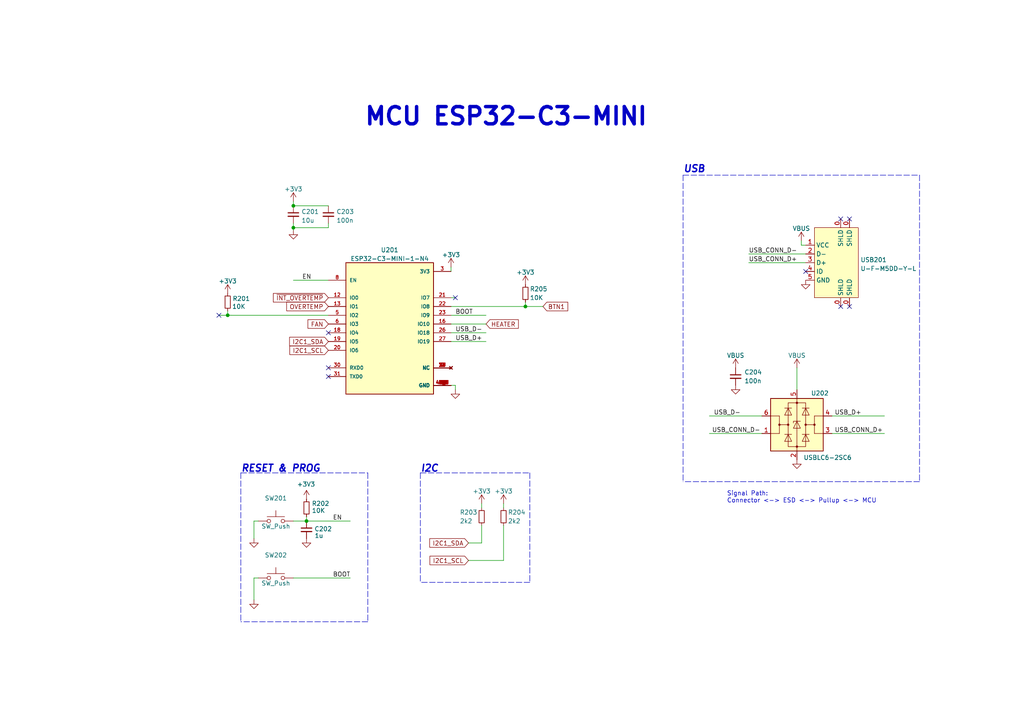
<source format=kicad_sch>
(kicad_sch (version 20211123) (generator eeschema)
  (paper "A4")
  (title_block (title "SLA Chamber Hearter for Resin Printers") (date "2022-07-06") (rev "A") (comment 1 "Author: Stephen Eaton") (comment 2 "Project Github: https://github.com/madeinoz67/slachamberheater") (comment 3 "License: CERN-OHL-P"))
  (lib_symbols
    (symbol "Device:C_Small" (pin_numbers hide) (pin_names (offset 0.254) hide)
      (property "Reference" "C" (at 0.254 1.778 0))
      (property "Value" "C_Small" (at 0.254 -2.032 0))
      (symbol "C_Small_0_1"
        (polyline (pts (xy -1.524 -0.508) (xy 1.524 -0.508)) (stroke (width 0.3302)))
        (polyline (pts (xy -1.524 0.508) (xy 1.524 0.508)) (stroke (width 0.3048)))
      )
      (symbol "C_Small_1_1"
        (pin passive line (at 0 2.54 270) (length 2.032) (name "~") (number "1"))
        (pin passive line (at 0 -2.54 90) (length 2.032) (name "~") (number "2"))
      )
    )
    (symbol "Device:R_Small" (pin_numbers hide) (pin_names (offset 0.254) hide)
      (property "Reference" "R" (at 0.762 0.508 0))
      (property "Value" "R_Small" (at 0.762 -1.016 0))
      (symbol "R_Small_0_1"
        (rectangle (start -0.762 1.778) (end 0.762 -1.778) (stroke (width 0.2032)))
      )
      (symbol "R_Small_1_1"
        (pin passive line (at 0 2.54 270) (length 0.762) (name "~") (number "1"))
        (pin passive line (at 0 -2.54 90) (length 0.762) (name "~") (number "2"))
      )
    )
    (symbol "Power_Protection:USBLC6-2SC6" (pin_names hide)
      (property "Reference" "U" (at 2.54 8.89 0))
      (property "Value" "USBLC6-2SC6" (at 2.54 -8.89 0))
      (symbol "USBLC6-2SC6_0_1"
        (rectangle (start -7.62 -7.62) (end 7.62 7.62) (stroke (width 0.254)) (fill (type background)))
        (circle (center -5.08 0) (radius 0.254) (fill (type outline)))
        (circle (center -2.54 0) (radius 0.254) (fill (type outline)))
        (rectangle (start -2.54 6.35) (end 2.54 -6.35))
        (circle (center 0 -6.35) (radius 0.254) (fill (type outline)))
        (polyline (pts (xy -5.08 -2.54) (xy -7.62 -2.54)))
        (polyline (pts (xy -5.08 0) (xy -5.08 -2.54)))
        (polyline (pts (xy -5.08 2.54) (xy -7.62 2.54)))
        (polyline (pts (xy -1.524 -2.794) (xy -3.556 -2.794)))
        (polyline (pts (xy -1.524 4.826) (xy -3.556 4.826)))
        (polyline (pts (xy 0 -7.62) (xy 0 -6.35)))
        (polyline (pts (xy 0 -6.35) (xy 0 1.27)))
        (polyline (pts (xy 0 1.27) (xy 0 6.35)))
        (polyline (pts (xy 0 6.35) (xy 0 7.62)))
        (polyline (pts (xy 1.524 -2.794) (xy 3.556 -2.794)))
        (polyline (pts (xy 1.524 4.826) (xy 3.556 4.826)))
        (polyline (pts (xy 5.08 -2.54) (xy 7.62 -2.54)))
        (polyline (pts (xy 5.08 0) (xy 5.08 -2.54)))
        (polyline (pts (xy 5.08 2.54) (xy 7.62 2.54)))
        (polyline (pts (xy -2.54 0) (xy -5.08 0) (xy -5.08 2.54)))
        (polyline (pts (xy 2.54 0) (xy 5.08 0) (xy 5.08 2.54)))
        (polyline (pts (xy -3.556 -4.826) (xy -1.524 -4.826) (xy -2.54 -2.794) (xy -3.556 -4.826)))
        (polyline (pts (xy -3.556 2.794) (xy -1.524 2.794) (xy -2.54 4.826) (xy -3.556 2.794)))
        (polyline (pts (xy -1.016 -1.016) (xy 1.016 -1.016) (xy 0 1.016) (xy -1.016 -1.016)))
        (polyline (pts (xy 1.016 1.016) (xy 0.762 1.016) (xy -1.016 1.016) (xy -1.016 0.508)))
        (polyline (pts (xy 3.556 -4.826) (xy 1.524 -4.826) (xy 2.54 -2.794) (xy 3.556 -4.826)))
        (polyline (pts (xy 3.556 2.794) (xy 1.524 2.794) (xy 2.54 4.826) (xy 3.556 2.794)))
        (circle (center 0 6.35) (radius 0.254) (fill (type outline)))
        (circle (center 2.54 0) (radius 0.254) (fill (type outline)))
        (circle (center 5.08 0) (radius 0.254) (fill (type outline)))
      )
      (symbol "USBLC6-2SC6_1_1"
        (pin passive line (at -10.16 -2.54 0) (length 2.54) (name "I/O1") (number "1"))
        (pin passive line (at 0 -10.16 90) (length 2.54) (name "GND") (number "2"))
        (pin passive line (at 10.16 -2.54 180) (length 2.54) (name "I/O2") (number "3"))
        (pin passive line (at 10.16 2.54 180) (length 2.54) (name "I/O2") (number "4"))
        (pin passive line (at 0 10.16 270) (length 2.54) (name "VBUS") (number "5"))
        (pin passive line (at -10.16 2.54 0) (length 2.54) (name "I/O1") (number "6"))
      )
    )
    (symbol "STR-ESP32:ESP32-C3-MINI-1-N4" (pin_names (offset 1.016))
      (property "Reference" "U" (at -12.7 18.796 0))
      (property "Value" "ESP32-C3-MINI-1-N4" (at -12.7 -22.86 0))
      (symbol "ESP32-C3-MINI-1-N4_0_0"
        (rectangle (start -12.7 -20.32) (end 12.7 17.78) (stroke (width 0.254)) (fill (type background)))
        (pin power_in line (at 17.78 -17.78 180) (length 5.08) (name "GND") (number "1"))
        (pin no_connect line (at 17.78 -12.7 180) (length 5.08) (name "NC") (number "10"))
        (pin power_in line (at 17.78 -17.78 180) (length 5.08) (name "GND") (number "11"))
        (pin bidirectional line (at -17.78 7.62 0) (length 5.08) (name "IO0") (number "12"))
        (pin bidirectional line (at -17.78 5.08 0) (length 5.08) (name "IO1") (number "13"))
        (pin power_in line (at 17.78 -17.78 180) (length 5.08) (name "GND") (number "14"))
        (pin no_connect line (at 17.78 -12.7 180) (length 5.08) (name "NC") (number "15"))
        (pin bidirectional line (at 17.78 0 180) (length 5.08) (name "IO10") (number "16"))
        (pin no_connect line (at 17.78 -12.7 180) (length 5.08) (name "NC") (number "17"))
        (pin bidirectional line (at -17.78 -2.54 0) (length 5.08) (name "IO4") (number "18"))
        (pin bidirectional line (at -17.78 -5.08 0) (length 5.08) (name "IO5") (number "19"))
        (pin power_in line (at 17.78 -17.78 180) (length 5.08) (name "GND") (number "2"))
        (pin bidirectional line (at -17.78 -7.62 0) (length 5.08) (name "IO6") (number "20"))
        (pin bidirectional line (at 17.78 7.62 180) (length 5.08) (name "IO7") (number "21"))
        (pin bidirectional line (at 17.78 5.08 180) (length 5.08) (name "IO8") (number "22"))
        (pin bidirectional line (at 17.78 2.54 180) (length 5.08) (name "IO9") (number "23"))
        (pin no_connect line (at 17.78 -12.7 180) (length 5.08) (name "NC") (number "24"))
        (pin no_connect line (at 17.78 -12.7 180) (length 5.08) (name "NC") (number "25"))
        (pin bidirectional line (at 17.78 -2.54 180) (length 5.08) (name "IO18") (number "26"))
        (pin bidirectional line (at 17.78 -5.08 180) (length 5.08) (name "IO19") (number "27"))
        (pin no_connect line (at 17.78 -12.7 180) (length 5.08) (name "NC") (number "28"))
        (pin no_connect line (at 17.78 -12.7 180) (length 5.08) (name "NC") (number "29"))
        (pin power_in line (at 17.78 15.24 180) (length 5.08) (name "3V3") (number "3"))
        (pin bidirectional line (at -17.78 -12.7 0) (length 5.08) (name "RXD0") (number "30"))
        (pin bidirectional line (at -17.78 -15.24 0) (length 5.08) (name "TXD0") (number "31"))
        (pin no_connect line (at 17.78 -12.7 180) (length 5.08) (name "NC") (number "32"))
        (pin no_connect line (at 17.78 -12.7 180) (length 5.08) (name "NC") (number "33"))
        (pin no_connect line (at 17.78 -12.7 180) (length 5.08) (name "NC") (number "34"))
        (pin no_connect line (at 17.78 -12.7 180) (length 5.08) (name "NC") (number "35"))
        (pin power_in line (at 17.78 -17.78 180) (length 5.08) (name "GND") (number "36"))
        (pin power_in line (at 17.78 -17.78 180) (length 5.08) (name "GND") (number "37"))
        (pin power_in line (at 17.78 -17.78 180) (length 5.08) (name "GND") (number "38"))
        (pin power_in line (at 17.78 -17.78 180) (length 5.08) (name "GND") (number "39"))
        (pin no_connect line (at 17.78 -12.7 180) (length 5.08) (name "NC") (number "4"))
        (pin power_in line (at 17.78 -17.78 180) (length 5.08) (name "GND") (number "40"))
        (pin power_in line (at 17.78 -17.78 180) (length 5.08) (name "GND") (number "41"))
        (pin power_in line (at 17.78 -17.78 180) (length 5.08) (name "GND") (number "42"))
        (pin power_in line (at 17.78 -17.78 180) (length 5.08) (name "GND") (number "43"))
        (pin power_in line (at 17.78 -17.78 180) (length 5.08) (name "GND") (number "44"))
        (pin power_in line (at 17.78 -17.78 180) (length 5.08) (name "GND") (number "45"))
        (pin power_in line (at 17.78 -17.78 180) (length 5.08) (name "GND") (number "46"))
        (pin power_in line (at 17.78 -17.78 180) (length 5.08) (name "GND") (number "47"))
        (pin power_in line (at 17.78 -17.78 180) (length 5.08) (name "GND") (number "48"))
        (pin power_in line (at 17.78 -17.78 180) (length 5.08) (name "GND") (number "49_1"))
        (pin power_in line (at 17.78 -17.78 180) (length 5.08) (name "GND") (number "49_2"))
        (pin power_in line (at 17.78 -17.78 180) (length 5.08) (name "GND") (number "49_3"))
        (pin power_in line (at 17.78 -17.78 180) (length 5.08) (name "GND") (number "49_4"))
        (pin power_in line (at 17.78 -17.78 180) (length 5.08) (name "GND") (number "49_5"))
        (pin power_in line (at 17.78 -17.78 180) (length 5.08) (name "GND") (number "49_6"))
        (pin power_in line (at 17.78 -17.78 180) (length 5.08) (name "GND") (number "49_7"))
        (pin power_in line (at 17.78 -17.78 180) (length 5.08) (name "GND") (number "49_8"))
        (pin power_in line (at 17.78 -17.78 180) (length 5.08) (name "GND") (number "49_9"))
        (pin bidirectional line (at -17.78 2.54 0) (length 5.08) (name "IO2") (number "5"))
        (pin power_in line (at 17.78 -17.78 180) (length 5.08) (name "GND") (number "50"))
        (pin power_in line (at 17.78 -17.78 180) (length 5.08) (name "GND") (number "51"))
        (pin power_in line (at 17.78 -17.78 180) (length 5.08) (name "GND") (number "52"))
        (pin power_in line (at 17.78 -17.78 180) (length 5.08) (name "GND") (number "53"))
        (pin bidirectional line (at -17.78 0 0) (length 5.08) (name "IO3") (number "6"))
        (pin no_connect line (at 17.78 -12.7 180) (length 5.08) (name "NC") (number "7"))
        (pin input line (at -17.78 12.7 0) (length 5.08) (name "EN") (number "8"))
        (pin no_connect line (at 17.78 -12.7 180) (length 5.08) (name "NC") (number "9"))
      )
    )
    (symbol "STR-Switches:SW_Push" (pin_numbers hide) (pin_names (offset 1.016) hide)
      (property "Reference" "SW" (at 1.27 2.54 0))
      (property "Value" "SW_Push" (at 0 -1.524 0))
      (symbol "SW_Push_0_1"
        (circle (center -2.032 0) (radius 0.508))
        (polyline (pts (xy 0 1.27) (xy 0 3.048)))
        (polyline (pts (xy 2.54 1.27) (xy -2.54 1.27)))
        (circle (center 2.032 0) (radius 0.508))
        (pin passive line (at -5.08 0 0) (length 2.54) (name "1") (number "1"))
        (pin passive line (at 5.08 0 180) (length 2.54) (name "2") (number "2"))
      )
    )
    (symbol "STR-USB:U-F-M5DD-Y-L"
      (property "Reference" "USB?" (at 0 17.78 0))
      (property "Value" "U-F-M5DD-Y-L" (at 0 -17.78 0))
      (symbol "U-F-M5DD-Y-L_0_1"
        (rectangle (start -8.89 10.16) (end 3.81 -10.16) (fill (type background)))
        (pin input line (at -6.35 -12.7 90) (length 2.54) (name "SHLD") (number "0"))
        (pin input line (at -6.35 12.7 270) (length 2.54) (name "SHLD") (number "0"))
        (pin input line (at -3.81 -12.7 90) (length 2.54) (name "SHLD") (number "0"))
        (pin input line (at -3.81 12.7 270) (length 2.54) (name "SHLD") (number "0"))
        (pin input line (at 6.35 5.08 180) (length 2.54) (name "VCC") (number "1"))
        (pin input line (at 6.35 2.54 180) (length 2.54) (name "D-") (number "2"))
        (pin input line (at 6.35 0 180) (length 2.54) (name "D+") (number "3"))
        (pin input line (at 6.35 -2.54 180) (length 2.54) (name "ID") (number "4"))
        (pin input line (at 6.35 -5.08 180) (length 2.54) (name "GND") (number "5"))
      )
    )
    (symbol "power:+3.3V" (power) (pin_names (offset 0))
      (property "Value" "+3.3V" (at 0 3.556 0))
      (symbol "+3.3V_0_1"
        (polyline (pts (xy -0.762 1.27) (xy 0 2.54)))
        (polyline (pts (xy 0 0) (xy 0 2.54)))
        (polyline (pts (xy 0 2.54) (xy 0.762 1.27)))
      )
      (symbol "+3.3V_1_1"
        (pin power_in line (at 0 0 90) (length 0) hide (name "+3V3") (number "1"))
      )
    )
    (symbol "power:+3V3" (power) (pin_names (offset 0))
      (property "Value" "+3V3" (at 0 3.556 0))
      (symbol "+3V3_0_1"
        (polyline (pts (xy -0.762 1.27) (xy 0 2.54)))
        (polyline (pts (xy 0 0) (xy 0 2.54)))
        (polyline (pts (xy 0 2.54) (xy 0.762 1.27)))
      )
      (symbol "+3V3_1_1"
        (pin power_in line (at 0 0 90) (length 0) hide (name "+3V3") (number "1"))
      )
    )
    (symbol "power:GND" (power) (pin_names (offset 0))
      (property "Value" "GND" (at 0 -3.81 0))
      (symbol "GND_0_1"
        (polyline (pts (xy 0 0) (xy 0 -1.27) (xy 1.27 -1.27) (xy 0 -2.54) (xy -1.27 -1.27) (xy 0 -1.27)))
      )
      (symbol "GND_1_1"
        (pin power_in line (at 0 0 270) (length 0) hide (name "GND") (number "1"))
      )
    )
    (symbol "power:VBUS" (power) (pin_names (offset 0))
      (property "Value" "VBUS" (at 0 3.81 0))
      (symbol "VBUS_0_1"
        (polyline (pts (xy -0.762 1.27) (xy 0 2.54)))
        (polyline (pts (xy 0 0) (xy 0 2.54)))
        (polyline (pts (xy 0 2.54) (xy 0.762 1.27)))
      )
      (symbol "VBUS_1_1"
        (pin power_in line (at 0 0 90) (length 0) hide (name "VBUS") (number "1"))
      )
    )
  )
  (junction (at 85.09 66.04))
  (junction (at 66.04 91.44))
  (junction (at 88.9 151.13))
  (junction (at 152.4 88.9))
  (junction (at 85.09 59.69))
  (no_connect (at 95.25 106.68))
  (no_connect (at 95.25 109.22))
  (no_connect (at 132.08 86.36))
  (no_connect (at 246.38 63.5))
  (no_connect (at 243.84 88.9))
  (no_connect (at 243.84 63.5))
  (no_connect (at 233.68 78.74))
  (no_connect (at 63.5 91.44))
  (no_connect (at 246.38 88.9))
  (no_connect (at 95.25 96.52))
  (wire (pts (xy 66.04 90.17) (xy 66.04 91.44)))
  (wire (pts (xy 85.09 66.04) (xy 95.25 66.04)))
  (polyline (pts (xy 153.67 137.16) (xy 153.67 168.91)))
  (wire (pts (xy 146.05 152.4) (xy 146.05 162.56)))
  (polyline (pts (xy 106.68 137.16) (xy 106.68 180.34)))
  (wire (pts (xy 232.41 69.85) (xy 232.41 71.12)))
  (polyline (pts (xy 69.85 137.16) (xy 106.68 137.16)))
  (polyline (pts (xy 198.12 50.8) (xy 266.7 50.8)))
  (wire (pts (xy 95.25 64.77) (xy 95.25 66.04)))
  (wire (pts (xy 132.08 111.76) (xy 132.08 113.03)))
  (wire (pts (xy 66.04 91.44) (xy 95.25 91.44)))
  (wire (pts (xy 152.4 88.9) (xy 157.48 88.9)))
  (wire (pts (xy 63.5 91.44) (xy 66.04 91.44)))
  (wire (pts (xy 88.9 149.86) (xy 88.9 151.13)))
  (wire (pts (xy 135.89 157.48) (xy 139.7 157.48)))
  (wire (pts (xy 205.74 125.73) (xy 220.98 125.73)))
  (wire (pts (xy 232.41 71.12) (xy 233.68 71.12)))
  (polyline (pts (xy 106.68 180.34) (xy 69.85 180.34)))
  (wire (pts (xy 130.81 99.06) (xy 140.97 99.06)))
  (wire (pts (xy 217.17 73.66) (xy 233.68 73.66)))
  (wire (pts (xy 241.3 125.73) (xy 256.54 125.73)))
  (wire (pts (xy 85.09 167.64) (xy 101.6 167.64)))
  (wire (pts (xy 85.09 58.42) (xy 85.09 59.69)))
  (wire (pts (xy 130.81 86.36) (xy 132.08 86.36)))
  (polyline (pts (xy 69.85 137.16) (xy 69.85 180.34)))
  (wire (pts (xy 139.7 146.05) (xy 139.7 147.32)))
  (wire (pts (xy 85.09 64.77) (xy 85.09 66.04)))
  (wire (pts (xy 73.66 151.13) (xy 73.66 156.21)))
  (wire (pts (xy 130.81 88.9) (xy 152.4 88.9)))
  (wire (pts (xy 85.09 81.28) (xy 95.25 81.28)))
  (polyline (pts (xy 121.92 137.16) (xy 121.92 168.91)))
  (wire (pts (xy 85.09 66.04) (xy 85.09 66.802)))
  (wire (pts (xy 130.81 111.76) (xy 132.08 111.76)))
  (polyline (pts (xy 266.7 50.8) (xy 266.7 139.7)))
  (wire (pts (xy 130.81 77.47) (xy 130.81 78.74)))
  (wire (pts (xy 73.66 167.64) (xy 73.66 173.99)))
  (wire (pts (xy 241.3 120.65) (xy 256.54 120.65)))
  (polyline (pts (xy 121.92 137.16) (xy 153.67 137.16)))
  (wire (pts (xy 85.09 59.69) (xy 95.25 59.69)))
  (polyline (pts (xy 153.67 168.91) (xy 121.92 168.91)))
  (wire (pts (xy 85.09 151.13) (xy 88.9 151.13)))
  (wire (pts (xy 152.4 88.9) (xy 152.4 87.63)))
  (wire (pts (xy 74.93 167.64) (xy 73.66 167.64)))
  (wire (pts (xy 88.9 151.13) (xy 101.6 151.13)))
  (wire (pts (xy 139.7 152.4) (xy 139.7 157.48)))
  (wire (pts (xy 130.81 91.44) (xy 140.97 91.44)))
  (wire (pts (xy 231.14 106.68) (xy 231.14 113.03)))
  (wire (pts (xy 146.05 146.05) (xy 146.05 147.32)))
  (wire (pts (xy 135.89 162.56) (xy 146.05 162.56)))
  (polyline (pts (xy 198.12 50.8) (xy 198.12 139.7)))
  (wire (pts (xy 130.81 93.98) (xy 140.97 93.98)))
  (wire (pts (xy 130.81 96.52) (xy 140.97 96.52)))
  (wire (pts (xy 205.74 120.65) (xy 220.98 120.65)))
  (wire (pts (xy 217.17 76.2) (xy 233.68 76.2)))
  (wire (pts (xy 73.66 151.13) (xy 74.93 151.13)))
  (polyline (pts (xy 266.7 139.7) (xy 198.12 139.7)))
  (text "USB" (at 198.12 50.292 0) (effects (font (size 2 2) (thickness 0.4) bold italic) (justify left bottom)))
  (text "MCU ESP32-C3-MINI" (at 105.41 36.83 0) (effects (font (size 5 5) bold) (justify left bottom)))
  (text "Signal Path:\nConnector <-> ESD <-> Pullup <-> MCU" (at 210.82 146.05 0) (effects (font (size 1.27 1.27)) (justify left bottom)))
  (text "RESET & PROG" (at 69.85 137.16 0) (effects (font (size 2 2) (thickness 0.4) bold italic) (justify left bottom)))
  (text "I2C" (at 121.92 137.16 0) (effects (font (size 2 2) bold italic) (justify left bottom)))
  (label "USB_D+" (at 242.062 120.65 0))
  (label "USB_CONN_D+" (at 217.17 76.2 0))
  (label "USB_CONN_D-" (at 206.502 125.73 0))
  (label "EN" (at 87.63 81.28 0))
  (label "EN" (at 96.52 151.13 0))
  (label "USB_D-" (at 207.01 120.65 0))
  (label "USB_CONN_D+" (at 242.062 125.73 0))
  (label "BOOT" (at 132.08 91.44 0))
  (label "USB_CONN_D-" (at 217.17 73.66 0))
  (label "BOOT" (at 96.52 167.64 0))
  (label "USB_D+" (at 132.08 99.06 0))
  (label "USB_D-" (at 132.08 96.52 0))
  (global_label "HEATER" (shape input) (at 140.97 93.98 0) (property "Intersheet References" "${INTERSHEET_REFS}" (effects hide)))
  (global_label "~{INT_OVERTEMP}" (shape input) (at 95.25 86.36 180) (property "Intersheet References" "${INTERSHEET_REFS}" (effects hide)))
  (global_label "BTN1" (shape input) (at 157.48 88.9 0) (property "Intersheet References" "${INTERSHEET_REFS}" (effects hide)))
  (global_label "I2C1_SDA" (shape input) (at 95.25 99.06 180) (property "Intersheet References" "${INTERSHEET_REFS}" (effects hide)))
  (global_label "I2C1_SDA" (shape input) (at 135.89 157.48 180) (property "Intersheet References" "${INTERSHEET_REFS}" (effects hide)))
  (global_label "FAN" (shape input) (at 95.25 93.98 180) (property "Intersheet References" "${INTERSHEET_REFS}" (effects hide)))
  (global_label "OVERTEMP" (shape input) (at 95.25 88.9 180) (property "Intersheet References" "${INTERSHEET_REFS}" (effects hide)))
  (global_label "I2C1_SCL" (shape input) (at 135.89 162.56 180) (property "Intersheet References" "${INTERSHEET_REFS}" (effects hide)))
  (global_label "I2C1_SCL" (shape input) (at 95.25 101.6 180) (property "Intersheet References" "${INTERSHEET_REFS}" (effects hide)))
  (symbol (lib_id "power:GND") (at 132.08 113.03 0) (unit 1)
    (property "Reference" "#PWR0209" (effects hide))
    (property "Value" "GND" (effects hide))
  )
  (symbol (lib_id "power:+3V3") (at 85.09 58.42 0) (unit 1)
    (property "Reference" "#PWR0204" (effects hide))
    (property "Value" "+3V3" (at 85.09 54.8442 0))
  )
  (symbol (lib_id "power:GND") (at 213.36 111.76 0) (unit 1)
    (property "Reference" "#PWR0214" (effects hide))
    (property "Value" "GND" (effects hide))
  )
  (symbol (lib_id "power:VBUS") (at 232.41 69.85 0) (unit 1)
    (property "Reference" "#PWR0217" (effects hide))
    (property "Value" "VBUS" (at 232.41 66.2742 0))
  )
  (symbol (lib_id "Device:R_Small") (at 66.04 87.63 0) (unit 1)
    (property "Reference" "R201" (at 67.437 86.614 0) (effects (justify left)))
    (property "Value" "10K" (at 67.31 88.9 0) (effects (justify left)))
    (property "Footprint" "Resistor_SMD:R_0402_1005Metric" (effects hide))
  )
  (symbol (lib_id "power:GND") (at 233.68 81.28 0) (unit 1)
    (property "Reference" "#PWR0218" (effects hide))
    (property "Value" "GND" (effects hide))
  )
  (symbol (lib_id "STR-USB:U-F-M5DD-Y-L") (at 240.03 76.2 0) (mirror y) (unit 1)
    (property "Reference" "USB201" (at 249.555 75.3653 0) (effects (justify right)))
    (property "Value" "U-F-M5DD-Y-L" (at 249.555 77.9022 0) (effects (justify right)))
    (property "Footprint" "STR-USB:MICRO-USB-SMD_MICRO-USB-18" (effects hide))
    (property "Datasheet" "https://lcsc.com/product-detail/Micro-USB-Connectors_micro-USB-7-5mm-5-6mm-U-F-M5DD-Y-L_C91146.html" (effects hide))
    (property "Manufacturer" "HRO" (effects hide))
    (property "LCSC Part" "C91146" (effects hide))
    (property "JLC Part" "Extended Part" (effects hide))
  )
  (symbol (lib_id "Power_Protection:USBLC6-2SC6") (at 231.14 123.19 0) (unit 1)
    (property "Reference" "U202" (at 235.204 114.046 0) (effects (justify left)))
    (property "Value" "USBLC6-2SC6" (at 233.045 132.715 0) (effects (justify left)))
    (property "Footprint" "Package_TO_SOT_SMD:SOT-23-6" (effects hide))
    (property "Datasheet" "https://datasheet.lcsc.com/lcsc/2108132230_TECH-PUBLIC-USBLC6-2SC6_C2827654.pdf" (effects hide))
    (property "Description" " SOT-23-6 ESD Protection Devices ROHS " (effects hide))
    (property "MFN" " TECH PUBLIC" (effects hide))
    (property "MFPN" " USBLC6-2SC6" (effects hide))
    (property "LCSC" "C2827654" (effects hide))
    (property "MANUFACTURER" " TECH PUBLIC" (effects hide))
  )
  (symbol (lib_id "power:+3V3") (at 88.9 144.78 0) (unit 1)
    (property "Reference" "#PWR0206" (effects hide))
    (property "Value" "+3V3" (at 88.773 140.462 0))
  )
  (symbol (lib_id "power:+3.3V") (at 146.05 146.05 0) (unit 1)
    (property "Reference" "#PWR0211" (effects hide))
    (property "Value" "+3.3V" (at 146.05 142.4742 0))
  )
  (symbol (lib_id "Device:R_Small") (at 146.05 149.86 0) (unit 1)
    (property "Reference" "R204" (at 147.32 148.59 0) (effects (justify left)))
    (property "Value" "2k2" (at 147.32 151.13 0) (effects (justify left)))
    (property "Footprint" "Resistor_SMD:R_0402_1005Metric" (effects hide))
  )
  (symbol (lib_id "Device:C_Small") (at 88.9 153.67 0) (unit 1)
    (property "Reference" "C202" (at 91.186 153.416 0) (effects (justify left)))
    (property "Value" "1u" (at 91.2241 155.3785 0) (effects (justify left)))
    (property "Footprint" "Capacitor_SMD:C_0402_1005Metric" (effects hide))
  )
  (symbol (lib_id "STR-Switches:SW_Push") (at 80.01 151.13 0) (unit 1)
    (property "Reference" "SW201" (at 80.01 144.5092 0))
    (property "Value" "SW_Push" (at 80.01 152.654 0))
    (property "Footprint" "STR-Switch:SW_SMD_SPST_8x3.6" (effects hide))
  )
  (symbol (lib_id "power:GND") (at 231.14 133.35 0) (unit 1)
    (property "Reference" "#PWR0216" (effects hide))
    (property "Value" "GND" (effects hide))
  )
  (symbol (lib_id "power:+3V3") (at 66.04 85.09 0) (unit 1)
    (property "Reference" "#PWR0201" (effects hide))
    (property "Value" "+3V3" (at 66.04 81.534 0))
  )
  (symbol (lib_id "Device:C_Small") (at 95.25 62.23 0) (unit 1)
    (property "Reference" "C203" (at 97.5741 61.4016 0) (effects (justify left)))
    (property "Value" "100n" (at 97.5741 63.9385 0) (effects (justify left)))
    (property "Footprint" "Capacitor_SMD:C_0402_1005Metric" (effects hide))
  )
  (symbol (lib_id "Device:R_Small") (at 88.9 147.32 0) (unit 1)
    (property "Reference" "R202" (at 90.424 146.05 0) (effects (justify left)))
    (property "Value" "10K" (at 90.424 148.082 0) (effects (justify left)))
    (property "Footprint" "Resistor_SMD:R_0402_1005Metric" (effects hide))
  )
  (symbol (lib_id "Device:R_Small") (at 139.7 149.86 0) (unit 1)
    (property "Reference" "R203" (at 133.35 148.59 0) (effects (justify left)))
    (property "Value" "2k2" (at 133.35 151.13 0) (effects (justify left)))
    (property "Footprint" "Resistor_SMD:R_0402_1005Metric" (effects hide))
  )
  (symbol (lib_id "STR-Switches:SW_Push") (at 80.01 167.64 0) (unit 1)
    (property "Reference" "SW202" (at 80.01 161.0192 0))
    (property "Value" "SW_Push" (at 80.01 169.164 0))
    (property "Footprint" "STR-Switch:SW_SMD_SPST_8x3.6" (effects hide))
  )
  (symbol (lib_id "power:GND") (at 73.66 156.21 0) (unit 1)
    (property "Reference" "#PWR0202" (effects hide))
    (property "Value" "GND" (effects hide))
  )
  (symbol (lib_id "power:GND") (at 73.66 173.99 0) (unit 1)
    (property "Reference" "#PWR0203" (effects hide))
    (property "Value" "GND" (effects hide))
  )
  (symbol (lib_id "power:+3.3V") (at 139.7 146.05 0) (unit 1)
    (property "Reference" "#PWR0210" (effects hide))
    (property "Value" "+3.3V" (at 139.7 142.4742 0))
  )
  (symbol (lib_id "power:VBUS") (at 213.36 106.68 0) (unit 1)
    (property "Reference" "#PWR0213" (effects hide))
    (property "Value" "VBUS" (at 213.36 103.1042 0))
  )
  (symbol (lib_id "power:GND") (at 85.09 66.802 0) (unit 1)
    (property "Reference" "#PWR0205" (effects hide))
    (property "Value" "GND" (effects hide))
  )
  (symbol (lib_id "power:VBUS") (at 231.14 106.68 0) (unit 1)
    (property "Reference" "#PWR0215" (effects hide))
    (property "Value" "VBUS" (at 231.14 103.1042 0))
  )
  (symbol (lib_id "Device:R_Small") (at 152.4 85.09 0) (unit 1)
    (property "Reference" "R205" (at 153.67 83.82 0) (effects (justify left)))
    (property "Value" "10K" (at 153.67 86.36 0) (effects (justify left)))
    (property "Footprint" "Resistor_SMD:R_0402_1005Metric" (effects hide))
  )
  (symbol (lib_id "STR-ESP32:ESP32-C3-MINI-1-N4") (at 113.03 93.98 0) (unit 1)
    (property "Reference" "U201" (at 113.03 72.5002 0))
    (property "Value" "ESP32-C3-MINI-1-N4" (at 113.03 75.0371 0))
    (property "Footprint" "STR-ESP32:ESP32-C3-MINI-1-N4" (effects hide))
    (property "Datasheet" "https://datasheet.lcsc.com/lcsc/2108141930_Espressif-Systems-ESP32-C3-MINI-1-N4_C2838502.pdf" (effects hide))
    (property "MANUFACTURER" "Espressif Systems" (effects hide))
    (property "PARTREV" "v1.0" (effects hide))
    (property "STANDARD" "Manufacturer Recommendations" (effects hide))
    (property "MAXIMUM_PACKAGE_HEIGHT" "2.55mm" (effects hide))
    (property "LCSC" "C2838502" (effects hide))
    (property "MFPN" "ESP32-C3-MINI-1-N4" (effects hide))
  )
  (symbol (lib_id "Device:C_Small") (at 85.09 62.23 0) (unit 1)
    (property "Reference" "C201" (at 87.4141 61.4016 0) (effects (justify left)))
    (property "Value" "10u" (at 87.4141 63.9385 0) (effects (justify left)))
    (property "Footprint" "Capacitor_SMD:C_0402_1005Metric" (effects hide))
  )
  (symbol (lib_id "Device:C_Small") (at 213.36 109.22 0) (unit 1)
    (property "Reference" "C204" (at 215.9 107.95 0) (effects (justify left)))
    (property "Value" "100n" (at 215.9 110.49 0) (effects (justify left)))
    (property "Footprint" "Capacitor_SMD:C_0402_1005Metric" (effects hide))
  )
  (symbol (lib_id "power:GND") (at 88.9 156.21 0) (unit 1)
    (property "Reference" "#PWR0207" (effects hide))
    (property "Value" "GND" (effects hide))
  )
  (symbol (lib_id "power:+3V3") (at 130.81 77.47 0) (unit 1)
    (property "Reference" "#PWR0208" (effects hide))
    (property "Value" "+3V3" (at 130.81 73.914 0))
  )
  (symbol (lib_id "power:+3V3") (at 152.4 82.55 0) (unit 1)
    (property "Reference" "#PWR0212" (effects hide))
    (property "Value" "+3V3" (at 152.4 78.994 0))
  )
)
</source>
